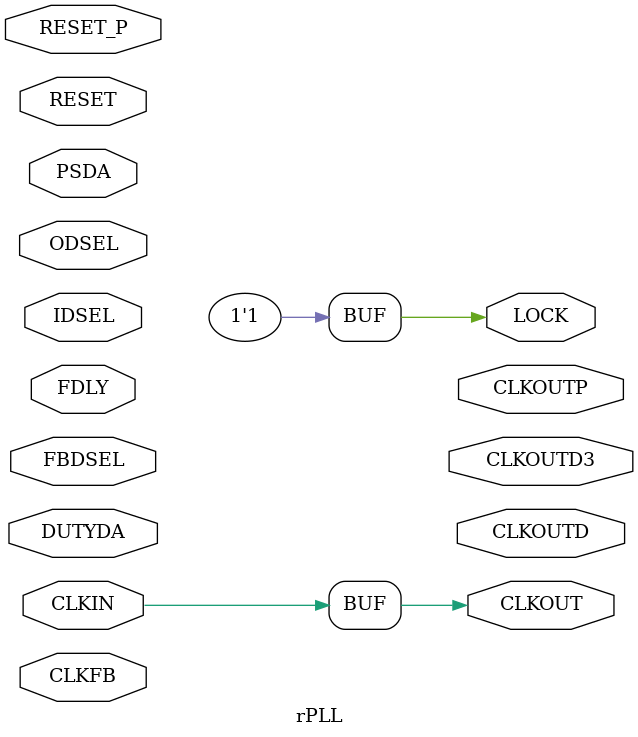
<source format=v>
module rPLL#(
  parameter FCLKIN = "27",
  parameter IDIV_SEL = 8,
  parameter FBDIV_SEL = 3,
  parameter ODIV_SEL = 48
)(
  input CLKIN, output CLKOUT, output LOCK,
  output CLKOUTP,
  output CLKOUTD,
  output CLKOUTD3,
  input RESET,
  input RESET_P,
  input CLKFB,
  input [5:0] FBDSEL,
  input [5:0] IDSEL,
  input [5:0] ODSEL,
  input [3:0] PSDA,
  input [3:0] DUTYDA,
  input [3:0] FDLY
);

assign LOCK = 1;
assign CLKOUT = CLKIN;

endmodule

</source>
